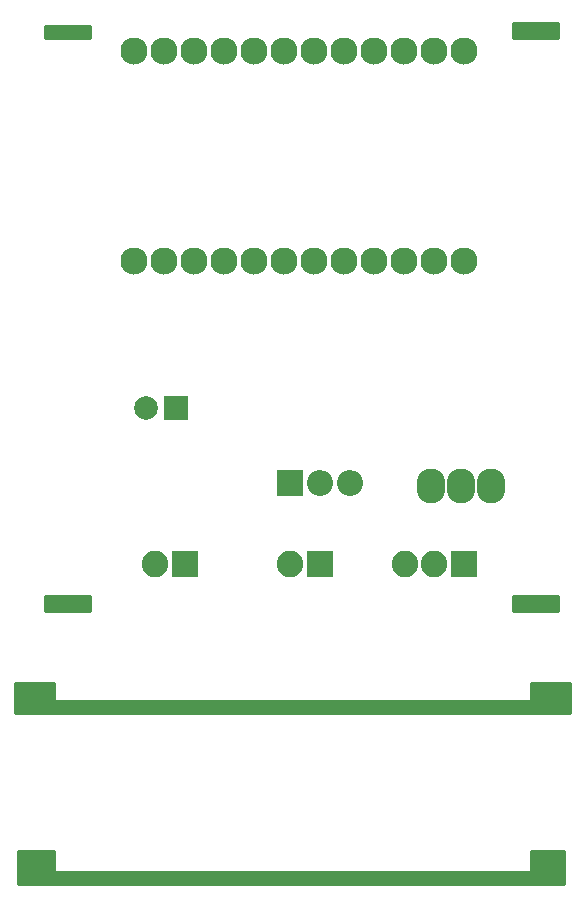
<source format=gbs>
G04 #@! TF.FileFunction,Soldermask,Bot*
%FSLAX46Y46*%
G04 Gerber Fmt 4.6, Leading zero omitted, Abs format (unit mm)*
G04 Created by KiCad (PCBNEW 4.0.5) date 07/13/18 00:02:14*
%MOMM*%
%LPD*%
G01*
G04 APERTURE LIST*
%ADD10C,0.100000*%
%ADD11O,2.432000X2.940000*%
%ADD12R,2.250000X2.250000*%
%ADD13C,2.250000*%
%ADD14R,2.200000X2.200000*%
%ADD15O,2.200000X2.200000*%
%ADD16C,2.300000*%
%ADD17R,2.000000X2.000000*%
%ADD18C,2.000000*%
%ADD19C,0.254000*%
G04 APERTURE END LIST*
D10*
D11*
X194818000Y-90932000D03*
X197358000Y-90932000D03*
X192278000Y-90932000D03*
D12*
X182880000Y-97536000D03*
D13*
X180380000Y-97536000D03*
D12*
X195072000Y-97536000D03*
D13*
X192572000Y-97536000D03*
X190072000Y-97536000D03*
D14*
X180340000Y-90678000D03*
D15*
X182880000Y-90678000D03*
X185420000Y-90678000D03*
D16*
X195072000Y-54102000D03*
X192532000Y-54102000D03*
X189992000Y-54102000D03*
X187452000Y-54102000D03*
X184912000Y-54102000D03*
X182372000Y-54102000D03*
X179832000Y-54102000D03*
X177292000Y-54102000D03*
X174752000Y-54102000D03*
X172212000Y-54102000D03*
X169672000Y-54102000D03*
X167132000Y-54102000D03*
X195072000Y-71882000D03*
X192532000Y-71882000D03*
X189992000Y-71882000D03*
X187452000Y-71882000D03*
X184912000Y-71882000D03*
X182372000Y-71882000D03*
X179832000Y-71882000D03*
X177292000Y-71882000D03*
X174752000Y-71882000D03*
X172212000Y-71882000D03*
X169672000Y-71882000D03*
X167132000Y-71882000D03*
D17*
X170688000Y-84328000D03*
D18*
X168188000Y-84328000D03*
D12*
X171450000Y-97536000D03*
D13*
X168950000Y-97536000D03*
D19*
G36*
X160401000Y-123444000D02*
X160411006Y-123493410D01*
X160439447Y-123535035D01*
X160481841Y-123562315D01*
X160528000Y-123571000D01*
X200660000Y-123571000D01*
X200709410Y-123560994D01*
X200751035Y-123532553D01*
X200778315Y-123490159D01*
X200787000Y-123444000D01*
X200787000Y-121793000D01*
X203581000Y-121793000D01*
X203581000Y-124587000D01*
X157353000Y-124587000D01*
X157353000Y-121793000D01*
X160401000Y-121793000D01*
X160401000Y-123444000D01*
X160401000Y-123444000D01*
G37*
X160401000Y-123444000D02*
X160411006Y-123493410D01*
X160439447Y-123535035D01*
X160481841Y-123562315D01*
X160528000Y-123571000D01*
X200660000Y-123571000D01*
X200709410Y-123560994D01*
X200751035Y-123532553D01*
X200778315Y-123490159D01*
X200787000Y-123444000D01*
X200787000Y-121793000D01*
X203581000Y-121793000D01*
X203581000Y-124587000D01*
X157353000Y-124587000D01*
X157353000Y-121793000D01*
X160401000Y-121793000D01*
X160401000Y-123444000D01*
G36*
X160401000Y-108966000D02*
X160411006Y-109015410D01*
X160439447Y-109057035D01*
X160481841Y-109084315D01*
X160528000Y-109093000D01*
X200660000Y-109093000D01*
X200709410Y-109082994D01*
X200751035Y-109054553D01*
X200778315Y-109012159D01*
X200787000Y-108966000D01*
X200787000Y-107569000D01*
X204089000Y-107569000D01*
X204089000Y-110109000D01*
X157099000Y-110109000D01*
X157099000Y-107569000D01*
X160401000Y-107569000D01*
X160401000Y-108966000D01*
X160401000Y-108966000D01*
G37*
X160401000Y-108966000D02*
X160411006Y-109015410D01*
X160439447Y-109057035D01*
X160481841Y-109084315D01*
X160528000Y-109093000D01*
X200660000Y-109093000D01*
X200709410Y-109082994D01*
X200751035Y-109054553D01*
X200778315Y-109012159D01*
X200787000Y-108966000D01*
X200787000Y-107569000D01*
X204089000Y-107569000D01*
X204089000Y-110109000D01*
X157099000Y-110109000D01*
X157099000Y-107569000D01*
X160401000Y-107569000D01*
X160401000Y-108966000D01*
G36*
X163449000Y-101473000D02*
X159639000Y-101473000D01*
X159639000Y-100203000D01*
X163449000Y-100203000D01*
X163449000Y-101473000D01*
X163449000Y-101473000D01*
G37*
X163449000Y-101473000D02*
X159639000Y-101473000D01*
X159639000Y-100203000D01*
X163449000Y-100203000D01*
X163449000Y-101473000D01*
G36*
X203073000Y-101473000D02*
X199263000Y-101473000D01*
X199263000Y-100203000D01*
X203073000Y-100203000D01*
X203073000Y-101473000D01*
X203073000Y-101473000D01*
G37*
X203073000Y-101473000D02*
X199263000Y-101473000D01*
X199263000Y-100203000D01*
X203073000Y-100203000D01*
X203073000Y-101473000D01*
G36*
X203073000Y-52959000D02*
X199263000Y-52959000D01*
X199263000Y-51689000D01*
X203073000Y-51689000D01*
X203073000Y-52959000D01*
X203073000Y-52959000D01*
G37*
X203073000Y-52959000D02*
X199263000Y-52959000D01*
X199263000Y-51689000D01*
X203073000Y-51689000D01*
X203073000Y-52959000D01*
G36*
X163449000Y-52959000D02*
X159639000Y-52959000D01*
X159639000Y-51943000D01*
X163449000Y-51943000D01*
X163449000Y-52959000D01*
X163449000Y-52959000D01*
G37*
X163449000Y-52959000D02*
X159639000Y-52959000D01*
X159639000Y-51943000D01*
X163449000Y-51943000D01*
X163449000Y-52959000D01*
M02*

</source>
